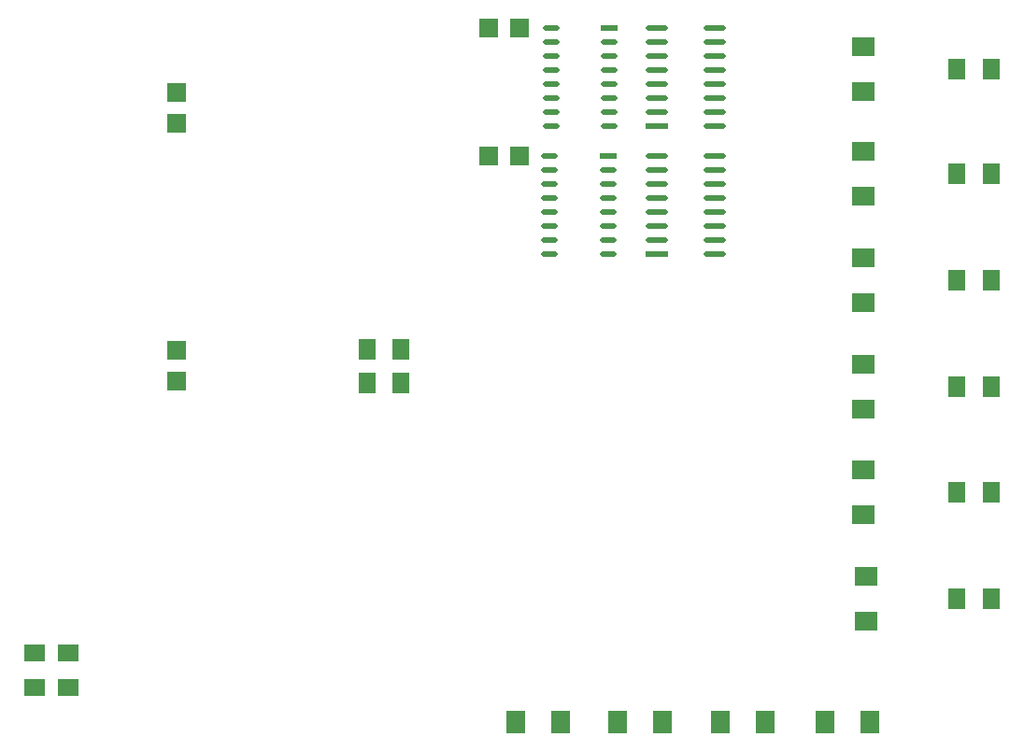
<source format=gbp>
G04 Layer_Color=128*
%FSLAX25Y25*%
%MOIN*%
G70*
G01*
G75*
%ADD42O,0.06000X0.02000*%
%ADD43O,0.08000X0.02000*%
%ADD44R,0.08000X0.02000*%
%ADD45R,0.07000X0.08000*%
%ADD46R,0.08000X0.07000*%
%ADD47R,0.06800X0.06500*%
%ADD48R,0.06500X0.06800*%
%ADD49R,0.06299X0.07480*%
%ADD50R,0.07480X0.06299*%
%ADD51R,0.06000X0.02000*%
D42*
X400213Y323500D02*
D03*
Y318500D02*
D03*
Y313500D02*
D03*
Y308500D02*
D03*
X421500Y379249D02*
D03*
Y374249D02*
D03*
Y359249D02*
D03*
Y364249D02*
D03*
Y369249D02*
D03*
X421000Y333500D02*
D03*
Y328500D02*
D03*
Y323500D02*
D03*
Y318500D02*
D03*
Y313500D02*
D03*
Y308500D02*
D03*
Y303500D02*
D03*
X400213Y338500D02*
D03*
Y333500D02*
D03*
Y328500D02*
D03*
Y303500D02*
D03*
X421500Y354249D02*
D03*
Y349249D02*
D03*
X400713Y384249D02*
D03*
Y379249D02*
D03*
Y374249D02*
D03*
Y369249D02*
D03*
Y364249D02*
D03*
Y359249D02*
D03*
Y354249D02*
D03*
Y349249D02*
D03*
D43*
X458972Y333500D02*
D03*
Y328500D02*
D03*
X438500Y374249D02*
D03*
Y369249D02*
D03*
Y354249D02*
D03*
Y359249D02*
D03*
Y364249D02*
D03*
Y379249D02*
D03*
Y308500D02*
D03*
Y313500D02*
D03*
Y318500D02*
D03*
Y323500D02*
D03*
Y328500D02*
D03*
Y333500D02*
D03*
Y338500D02*
D03*
X458972Y303500D02*
D03*
Y308500D02*
D03*
Y313500D02*
D03*
Y318500D02*
D03*
Y323500D02*
D03*
Y338500D02*
D03*
X438500Y384249D02*
D03*
X458972Y349249D02*
D03*
Y354249D02*
D03*
Y359249D02*
D03*
Y364249D02*
D03*
Y369249D02*
D03*
Y374249D02*
D03*
Y379249D02*
D03*
Y384249D02*
D03*
D44*
X438500Y303500D02*
D03*
Y349249D02*
D03*
D45*
X388000Y136500D02*
D03*
X404000D02*
D03*
X424500D02*
D03*
X440500D02*
D03*
X461000D02*
D03*
X477000D02*
D03*
X498500D02*
D03*
X514500D02*
D03*
D46*
X513000Y172500D02*
D03*
Y188500D02*
D03*
X512000Y210500D02*
D03*
Y226500D02*
D03*
Y248000D02*
D03*
Y264000D02*
D03*
Y286000D02*
D03*
Y302000D02*
D03*
Y324000D02*
D03*
Y340000D02*
D03*
Y361500D02*
D03*
Y377500D02*
D03*
D47*
X267000Y258000D02*
D03*
Y269000D02*
D03*
Y350000D02*
D03*
Y361000D02*
D03*
D48*
X389500Y338500D02*
D03*
X378500D02*
D03*
X389500Y384249D02*
D03*
X378500D02*
D03*
D49*
X347102Y257500D02*
D03*
X334898D02*
D03*
X347102Y269500D02*
D03*
X334898D02*
D03*
X557602Y180500D02*
D03*
X545398D02*
D03*
X557602Y218500D02*
D03*
X545398D02*
D03*
X557602Y256000D02*
D03*
X545398D02*
D03*
X557602Y294000D02*
D03*
X545398D02*
D03*
X557602Y332000D02*
D03*
X545398D02*
D03*
X557602Y369500D02*
D03*
X545398D02*
D03*
D50*
X216500Y148898D02*
D03*
Y161102D02*
D03*
X228500D02*
D03*
Y148898D02*
D03*
D51*
X421000Y338500D02*
D03*
X421500Y384249D02*
D03*
M02*

</source>
